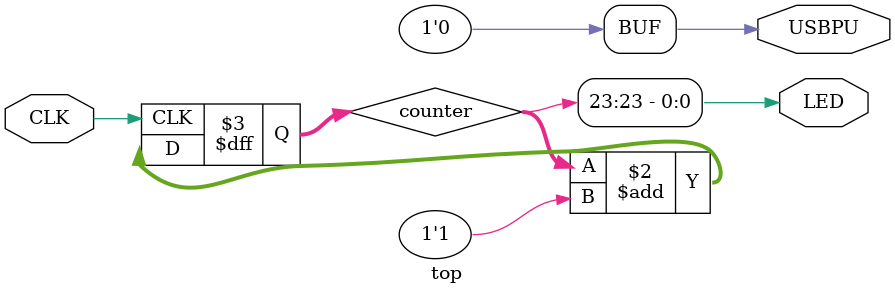
<source format=v>
/*

Top-Level Verilog Module -- Basic LED blinker

Uncomment any pins you want to use in `pins.pcf`

*/

`default_nettype none

module top (
  input CLK,    // 16MHz clock for TinyFPGA-BX
  output LED,   // User/boot LED next to power LED
  output USBPU  // USB pull-up resistor
);

  // drive USB pull-up resistor to '0' to disable USB
  assign USBPU = 1'b0;

  reg [23:0] counter;
  always @(posedge CLK) counter <= counter + 1'b1;

  assign LED = counter[23];  // ~0.954 seconds

endmodule

</source>
